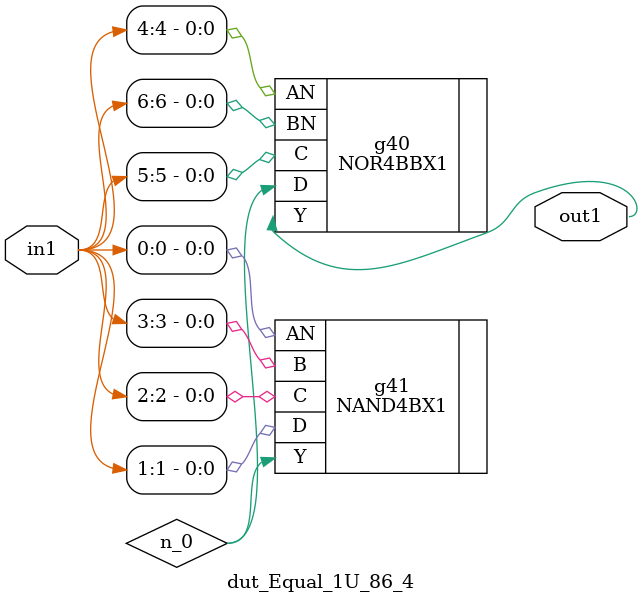
<source format=v>
`timescale 1ps / 1ps


module dut_Equal_1U_86_4(in1, out1);
  input [6:0] in1;
  output out1;
  wire [6:0] in1;
  wire out1;
  wire n_0;
  NOR4BBX1 g40(.AN (in1[4]), .BN (in1[6]), .C (in1[5]), .D (n_0), .Y
       (out1));
  NAND4BX1 g41(.AN (in1[0]), .B (in1[3]), .C (in1[2]), .D (in1[1]), .Y
       (n_0));
endmodule



</source>
